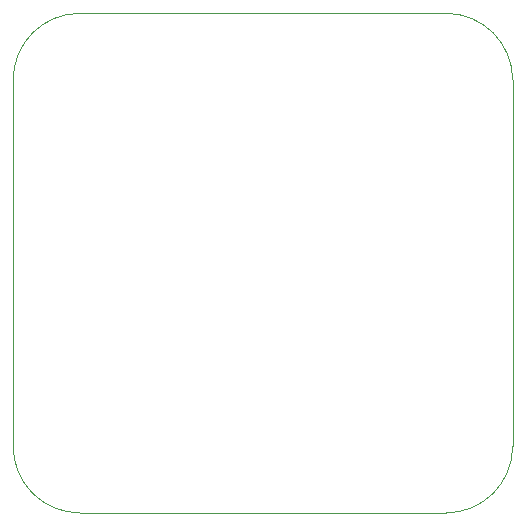
<source format=gbr>
%TF.GenerationSoftware,KiCad,Pcbnew,(6.0.6)*%
%TF.CreationDate,2023-03-01T01:58:39-05:00*%
%TF.ProjectId,Driver-Board,44726976-6572-42d4-926f-6172642e6b69,rev?*%
%TF.SameCoordinates,Original*%
%TF.FileFunction,Profile,NP*%
%FSLAX46Y46*%
G04 Gerber Fmt 4.6, Leading zero omitted, Abs format (unit mm)*
G04 Created by KiCad (PCBNEW (6.0.6)) date 2023-03-01 01:58:39*
%MOMM*%
%LPD*%
G01*
G04 APERTURE LIST*
%TA.AperFunction,Profile*%
%ADD10C,0.100000*%
%TD*%
G04 APERTURE END LIST*
D10*
X66600000Y-68450000D02*
X97600000Y-68450000D01*
X97600000Y-110750000D02*
G75*
G03*
X103250000Y-105100000I0J5650000D01*
G01*
X66600000Y-68450000D02*
G75*
G03*
X60950000Y-74100000I0J-5650000D01*
G01*
X66600000Y-110750000D02*
X97600000Y-110750000D01*
X103250000Y-74100000D02*
X103250000Y-105100000D01*
X60950000Y-105100000D02*
G75*
G03*
X66600000Y-110750000I5650000J0D01*
G01*
X103250000Y-74100000D02*
G75*
G03*
X97600000Y-68450000I-5650000J0D01*
G01*
X60950000Y-74100000D02*
X60950000Y-105100000D01*
M02*

</source>
